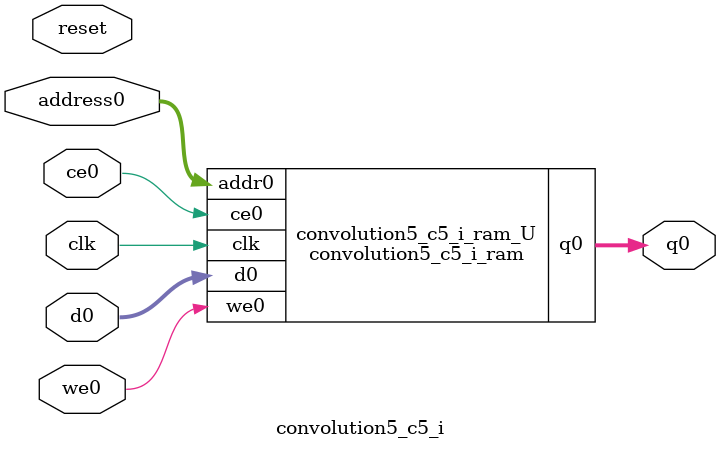
<source format=v>

`timescale 1 ns / 1 ps
module convolution5_c5_i_ram (addr0, ce0, d0, we0, q0,  clk);

parameter DWIDTH = 32;
parameter AWIDTH = 9;
parameter MEM_SIZE = 400;

input[AWIDTH-1:0] addr0;
input ce0;
input[DWIDTH-1:0] d0;
input we0;
output reg[DWIDTH-1:0] q0;
input clk;

(* ram_style = "block" *)reg [DWIDTH-1:0] ram[0:MEM_SIZE-1];




always @(posedge clk)  
begin 
    if (ce0) 
    begin
        if (we0) 
        begin 
            ram[addr0] <= d0; 
            q0 <= d0;
        end 
        else 
            q0 <= ram[addr0];
    end
end


endmodule


`timescale 1 ns / 1 ps
module convolution5_c5_i(
    reset,
    clk,
    address0,
    ce0,
    we0,
    d0,
    q0);

parameter DataWidth = 32'd32;
parameter AddressRange = 32'd400;
parameter AddressWidth = 32'd9;
input reset;
input clk;
input[AddressWidth - 1:0] address0;
input ce0;
input we0;
input[DataWidth - 1:0] d0;
output[DataWidth - 1:0] q0;



convolution5_c5_i_ram convolution5_c5_i_ram_U(
    .clk( clk ),
    .addr0( address0 ),
    .ce0( ce0 ),
    .d0( d0 ),
    .we0( we0 ),
    .q0( q0 ));

endmodule


</source>
